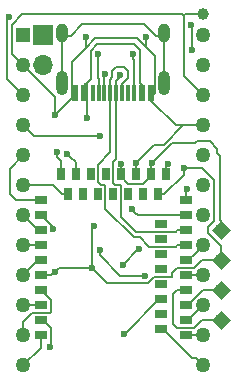
<source format=gbr>
G04 #@! TF.GenerationSoftware,KiCad,Pcbnew,(5.0.0)*
G04 #@! TF.CreationDate,2020-11-22T20:55:59-06:00*
G04 #@! TF.ProjectId,BlueMicro840,426C75654D6963726F3834302E6B6963,rev?*
G04 #@! TF.SameCoordinates,Original*
G04 #@! TF.FileFunction,Copper,L2,Bot,Signal*
G04 #@! TF.FilePolarity,Positive*
%FSLAX46Y46*%
G04 Gerber Fmt 4.6, Leading zero omitted, Abs format (unit mm)*
G04 Created by KiCad (PCBNEW (5.0.0)) date 11/22/20 20:55:59*
%MOMM*%
%LPD*%
G01*
G04 APERTURE LIST*
G04 #@! TA.AperFunction,ComponentPad*
%ADD10R,1.000000X0.650000*%
G04 #@! TD*
G04 #@! TA.AperFunction,SMDPad,CuDef*
%ADD11R,1.000000X0.650000*%
G04 #@! TD*
G04 #@! TA.AperFunction,SMDPad,CuDef*
%ADD12R,0.650000X1.000000*%
G04 #@! TD*
G04 #@! TA.AperFunction,ComponentPad*
%ADD13R,0.650000X1.000000*%
G04 #@! TD*
G04 #@! TA.AperFunction,BGAPad,CuDef*
%ADD14C,1.000000*%
G04 #@! TD*
G04 #@! TA.AperFunction,ComponentPad*
%ADD15C,1.270000*%
G04 #@! TD*
G04 #@! TA.AperFunction,ComponentPad*
%ADD16R,1.250000X1.250000*%
G04 #@! TD*
G04 #@! TA.AperFunction,ComponentPad*
%ADD17C,1.100000*%
G04 #@! TD*
G04 #@! TA.AperFunction,Conductor*
%ADD18C,0.100000*%
G04 #@! TD*
G04 #@! TA.AperFunction,ComponentPad*
%ADD19O,1.000000X1.600000*%
G04 #@! TD*
G04 #@! TA.AperFunction,ComponentPad*
%ADD20O,1.000000X2.100000*%
G04 #@! TD*
G04 #@! TA.AperFunction,SMDPad,CuDef*
%ADD21R,0.300000X1.450000*%
G04 #@! TD*
G04 #@! TA.AperFunction,SMDPad,CuDef*
%ADD22R,0.600000X1.450000*%
G04 #@! TD*
G04 #@! TA.AperFunction,ComponentPad*
%ADD23R,1.700000X1.700000*%
G04 #@! TD*
G04 #@! TA.AperFunction,ComponentPad*
%ADD24O,1.700000X1.700000*%
G04 #@! TD*
G04 #@! TA.AperFunction,ViaPad*
%ADD25C,0.600000*%
G04 #@! TD*
G04 #@! TA.AperFunction,Conductor*
%ADD26C,0.200000*%
G04 #@! TD*
G04 APERTURE END LIST*
D10*
G04 #@! TO.P,U5,28*
G04 #@! TO.N,/P0.15*
X107842533Y-128354775D03*
D11*
G04 #@! TO.P,U5,10*
G04 #@! TO.N,/P0.30*
X97682533Y-126322775D03*
G04 #@! TO.P,U5,9*
G04 #@! TO.N,/P0.31*
X97682533Y-127592775D03*
G04 #@! TO.P,U5,8*
G04 #@! TO.N,/P0.29*
X97682533Y-128862775D03*
G04 #@! TO.P,U5,7*
G04 #@! TO.N,/P0.02*
X97682533Y-130132775D03*
G04 #@! TO.P,U5,6*
G04 #@! TO.N,/P1.13*
X97682533Y-131402775D03*
G04 #@! TO.P,U5,5*
G04 #@! TO.N,GND*
X97682533Y-132672775D03*
G04 #@! TO.P,U5,4*
G04 #@! TO.N,/P0.28*
X97682533Y-133942775D03*
G04 #@! TO.P,U5,3*
G04 #@! TO.N,/P0.03*
X97682533Y-135212775D03*
G04 #@! TO.P,U5,2*
G04 #@! TO.N,BLUE_LED*
X97682533Y-136482775D03*
G04 #@! TO.P,U5,1*
G04 #@! TO.N,/P1.11*
X97682533Y-137752775D03*
G04 #@! TO.P,U5,31*
G04 #@! TO.N,DATA+*
X109920533Y-130132775D03*
G04 #@! TO.P,U5,43*
G04 #@! TO.N,/P0.10*
X109920533Y-137752775D03*
G04 #@! TO.P,U5,33*
G04 #@! TO.N,/P0.13*
X109920533Y-131402775D03*
G04 #@! TO.P,U5,41*
G04 #@! TO.N,/P0.09*
X109920533Y-136482775D03*
G04 #@! TO.P,U5,39*
G04 #@! TO.N,SWCLK*
X109920533Y-135212775D03*
G04 #@! TO.P,U5,37*
G04 #@! TO.N,SWDIO*
X109920533Y-133942775D03*
G04 #@! TO.P,U5,29*
G04 #@! TO.N,DATA-*
X109920533Y-128862775D03*
G04 #@! TO.P,U5,35*
G04 #@! TO.N,/P0.24*
X109920533Y-132672775D03*
G04 #@! TO.P,U5,27*
G04 #@! TO.N,VBUS*
X109920533Y-127592775D03*
G04 #@! TO.P,U5,26*
G04 #@! TO.N,RESET*
X109920533Y-126322775D03*
D12*
G04 #@! TO.P,U5,23*
G04 #@! TO.N,VCC*
X106951533Y-124103775D03*
G04 #@! TO.P,U5,11*
G04 #@! TO.N,Net-(C1-Pad1)*
X99331533Y-124103775D03*
G04 #@! TO.P,U5,21*
G04 #@! TO.N,GND*
X105681533Y-124103775D03*
G04 #@! TO.P,U5,13*
G04 #@! TO.N,Net-(C2-Pad2)*
X100601533Y-124103775D03*
G04 #@! TO.P,U5,15*
G04 #@! TO.N,N/C*
X101871533Y-124103775D03*
G04 #@! TO.P,U5,17*
X103141533Y-124103775D03*
G04 #@! TO.P,U5,25*
G04 #@! TO.N,Net-(L1-Pad1)*
X108221533Y-124103775D03*
G04 #@! TO.P,U5,19*
G04 #@! TO.N,VCC*
X104411533Y-124103775D03*
D10*
G04 #@! TO.P,U5,30*
G04 #@! TO.N,/P0.17*
X107842533Y-129624775D03*
G04 #@! TO.P,U5,32*
G04 #@! TO.N,/P0.20*
X107842533Y-130894775D03*
G04 #@! TO.P,U5,34*
G04 #@! TO.N,N/C*
X107842533Y-132164775D03*
G04 #@! TO.P,U5,36*
X107842533Y-133434775D03*
G04 #@! TO.P,U5,38*
G04 #@! TO.N,DFU*
X107842533Y-134704775D03*
G04 #@! TO.P,U5,40*
G04 #@! TO.N,RED_LED*
X107842533Y-135974775D03*
G04 #@! TO.P,U5,42*
G04 #@! TO.N,/P1.06*
X107842533Y-137244775D03*
D13*
G04 #@! TO.P,U5,14*
G04 #@! TO.N,TXD*
X101238533Y-125814775D03*
G04 #@! TO.P,U5,12*
G04 #@! TO.N,/P0.26*
X99968533Y-125814775D03*
G04 #@! TO.P,U5,20*
G04 #@! TO.N,Venable*
X105048533Y-125814775D03*
G04 #@! TO.P,U5,16*
G04 #@! TO.N,RXD*
X102508533Y-125814775D03*
G04 #@! TO.P,U5,22*
G04 #@! TO.N,N/C*
X106318533Y-125814775D03*
G04 #@! TO.P,U5,24*
G04 #@! TO.N,GND*
X107588533Y-125814775D03*
G04 #@! TO.P,U5,18*
G04 #@! TO.N,N/C*
X103778533Y-125814775D03*
G04 #@! TD*
D14*
G04 #@! TO.P,TP8,1*
G04 #@! TO.N,GND*
X111421533Y-110574775D03*
G04 #@! TD*
D15*
G04 #@! TO.P,U2,13*
G04 #@! TO.N,TXD*
X111421533Y-112352775D03*
G04 #@! TO.P,U2,14*
G04 #@! TO.N,RXD*
X111421533Y-114892775D03*
G04 #@! TO.P,U2,15*
G04 #@! TO.N,GND*
X111421533Y-117432775D03*
G04 #@! TO.P,U2,16*
X111421533Y-119972775D03*
G04 #@! TO.P,U2,17*
G04 #@! TO.N,/P0.15*
X111421533Y-122512775D03*
G04 #@! TO.P,U2,18*
G04 #@! TO.N,/P0.17*
X111421533Y-125052775D03*
G04 #@! TO.P,U2,19*
G04 #@! TO.N,/P0.20*
X111421533Y-127592775D03*
G04 #@! TO.P,U2,20*
G04 #@! TO.N,/P0.13*
X111421533Y-130132775D03*
G04 #@! TO.P,U2,21*
G04 #@! TO.N,/P0.24*
X111421533Y-132672775D03*
G04 #@! TO.P,U2,22*
G04 #@! TO.N,/P0.09*
X111421533Y-135212775D03*
G04 #@! TO.P,U2,23*
G04 #@! TO.N,/P0.10*
X111421533Y-137752775D03*
G04 #@! TO.P,U2,24*
G04 #@! TO.N,/P1.06*
X111421533Y-140292775D03*
G04 #@! TO.P,U2,12*
G04 #@! TO.N,/P1.11*
X96181533Y-140292775D03*
G04 #@! TO.P,U2,11*
G04 #@! TO.N,/P0.28*
X96181533Y-137752775D03*
G04 #@! TO.P,U2,10*
G04 #@! TO.N,/P0.03*
X96181533Y-135212775D03*
G04 #@! TO.P,U2,9*
G04 #@! TO.N,/P1.13*
X96181533Y-132672775D03*
G04 #@! TO.P,U2,8*
G04 #@! TO.N,/P0.02*
X96181533Y-130132775D03*
G04 #@! TO.P,U2,7*
G04 #@! TO.N,/P0.29*
X96181533Y-127592775D03*
G04 #@! TO.P,U2,6*
G04 #@! TO.N,/P0.26*
X96181533Y-125052775D03*
G04 #@! TO.P,U2,5*
G04 #@! TO.N,/P0.30*
X96181533Y-122512775D03*
G04 #@! TO.P,U2,4*
G04 #@! TO.N,Vout*
X96181533Y-119972775D03*
G04 #@! TO.P,U2,3*
G04 #@! TO.N,RESET*
X96181533Y-117432775D03*
G04 #@! TO.P,U2,2*
G04 #@! TO.N,GND*
X96181533Y-114892775D03*
D16*
G04 #@! TO.P,U2,1*
G04 #@! TO.N,N/C*
X96181533Y-112352775D03*
G04 #@! TD*
D17*
G04 #@! TO.P,TP3,1*
G04 #@! TO.N,SWCLK*
X112945533Y-133942775D03*
D18*
G04 #@! TD*
G04 #@! TO.N,SWCLK*
G04 #@! TO.C,TP3*
G36*
X112945533Y-134720592D02*
X112167716Y-133942775D01*
X112945533Y-133164958D01*
X113723350Y-133942775D01*
X112945533Y-134720592D01*
X112945533Y-134720592D01*
G37*
D17*
G04 #@! TO.P,TP4,1*
G04 #@! TO.N,SWDIO*
X112945533Y-136482775D03*
D18*
G04 #@! TD*
G04 #@! TO.N,SWDIO*
G04 #@! TO.C,TP4*
G36*
X112945533Y-137260592D02*
X112167716Y-136482775D01*
X112945533Y-135704958D01*
X113723350Y-136482775D01*
X112945533Y-137260592D01*
X112945533Y-137260592D01*
G37*
D17*
G04 #@! TO.P,TP5,1*
G04 #@! TO.N,VCC*
X112945533Y-128862775D03*
D18*
G04 #@! TD*
G04 #@! TO.N,VCC*
G04 #@! TO.C,TP5*
G36*
X112945533Y-129640592D02*
X112167716Y-128862775D01*
X112945533Y-128084958D01*
X113723350Y-128862775D01*
X112945533Y-129640592D01*
X112945533Y-129640592D01*
G37*
D17*
G04 #@! TO.P,TP6,1*
G04 #@! TO.N,GND*
X112945533Y-131402775D03*
D18*
G04 #@! TD*
G04 #@! TO.N,GND*
G04 #@! TO.C,TP6*
G36*
X112945533Y-132180592D02*
X112167716Y-131402775D01*
X112945533Y-130624958D01*
X113723350Y-131402775D01*
X112945533Y-132180592D01*
X112945533Y-132180592D01*
G37*
D19*
G04 #@! TO.P,J3,S1*
G04 #@! TO.N,Net-(J3-PadS1)*
X108121533Y-112162775D03*
X99481533Y-112162775D03*
D20*
X108121533Y-116342775D03*
X99481533Y-116342775D03*
D21*
G04 #@! TO.P,J3,A6*
G04 #@! TO.N,DATA+*
X103551533Y-117257775D03*
G04 #@! TO.P,J3,A7*
G04 #@! TO.N,DATA-*
X104051533Y-117257775D03*
G04 #@! TO.P,J3,B6*
G04 #@! TO.N,DATA+*
X104551533Y-117257775D03*
G04 #@! TO.P,J3,B7*
G04 #@! TO.N,DATA-*
X103051533Y-117257775D03*
G04 #@! TO.P,J3,A8*
G04 #@! TO.N,N/C*
X105051533Y-117257775D03*
G04 #@! TO.P,J3,A5*
G04 #@! TO.N,Net-(J3-PadA5)*
X102551533Y-117257775D03*
G04 #@! TO.P,J3,B5*
G04 #@! TO.N,Net-(J3-PadB5)*
X105551533Y-117257775D03*
G04 #@! TO.P,J3,B8*
G04 #@! TO.N,N/C*
X102051533Y-117257775D03*
D22*
G04 #@! TO.P,J3,A4*
G04 #@! TO.N,VBUS*
X101351533Y-117257775D03*
X106251533Y-117257775D03*
G04 #@! TO.P,J3,A1*
G04 #@! TO.N,GND*
X100576533Y-117257775D03*
X107026533Y-117257775D03*
G04 #@! TD*
D23*
G04 #@! TO.P,J2,1*
G04 #@! TO.N,VBAT*
X97832533Y-112352775D03*
D24*
G04 #@! TO.P,J2,2*
G04 #@! TO.N,GND*
X97832533Y-114892775D03*
G04 #@! TD*
D25*
G04 #@! TO.N,GND*
X105706533Y-123147775D03*
X102023533Y-132037775D03*
X109743368Y-123578871D03*
X106595533Y-112479775D03*
X101490033Y-112479775D03*
X98861537Y-132362771D03*
X102161533Y-128462775D03*
X98861537Y-119062775D03*
G04 #@! TO.N,Net-(C1-Pad1)*
X99061533Y-122262769D03*
G04 #@! TO.N,VCC*
X107103533Y-123147775D03*
X104436533Y-123274775D03*
G04 #@! TO.N,RESET*
X94995261Y-110785503D03*
X110481733Y-113622775D03*
X110380133Y-111489175D03*
X110061533Y-125362775D03*
G04 #@! TO.N,/P0.31*
X98682535Y-128735775D03*
G04 #@! TO.N,VBUS*
X101571523Y-119337775D03*
X102661533Y-130562775D03*
X105361533Y-127062775D03*
X106469430Y-132693794D03*
G04 #@! TO.N,Net-(C2-Pad2)*
X99861533Y-122362773D03*
G04 #@! TO.N,Net-(L1-Pad1)*
X108455430Y-123280958D03*
G04 #@! TO.N,DATA-*
X103081533Y-115602775D03*
X104381545Y-115672783D03*
G04 #@! TO.N,Net-(R1-Pad2)*
X104631709Y-131761480D03*
X105961533Y-130462775D03*
G04 #@! TO.N,DFU*
X104690533Y-137600375D03*
G04 #@! TO.N,BLUE_LED*
X98467533Y-138768775D03*
G04 #@! TO.N,Net-(J3-PadA5)*
X102515379Y-113914609D03*
G04 #@! TO.N,Net-(J3-PadB5)*
X105466522Y-113892754D03*
G04 #@! TO.N,Vout*
X102658535Y-120861775D03*
G04 #@! TD*
D26*
G04 #@! TO.N,GND*
X105681533Y-124103775D02*
X105681533Y-123172775D01*
X105681533Y-123172775D02*
X105706533Y-123147775D01*
X109712835Y-119972775D02*
X110523508Y-119972775D01*
X108061835Y-121623775D02*
X109712835Y-119972775D01*
X105706533Y-123147775D02*
X107230533Y-121623775D01*
X108113533Y-125814775D02*
X109743368Y-124184940D01*
X109743368Y-124184940D02*
X109743368Y-124003135D01*
X107588533Y-125814775D02*
X108113533Y-125814775D01*
X109743368Y-124003135D02*
X109743368Y-123578871D01*
X110167632Y-123578871D02*
X109743368Y-123578871D01*
X111331431Y-123578871D02*
X110167632Y-123578871D01*
X112945533Y-130196275D02*
X111802533Y-129053275D01*
X111802533Y-129053275D02*
X111802533Y-128595577D01*
X111802533Y-128595577D02*
X112356534Y-128041576D01*
X112356534Y-128041576D02*
X112356534Y-124603974D01*
X112945533Y-131402775D02*
X112945533Y-130196275D01*
X112356534Y-124603974D02*
X111331431Y-123578871D01*
X107230533Y-121623775D02*
X107357533Y-121623775D01*
X107357533Y-121623775D02*
X108061835Y-121623775D01*
X110523508Y-119972775D02*
X111421533Y-119972775D01*
X109066533Y-119972775D02*
X110523508Y-119972775D01*
X107026533Y-117932775D02*
X109066533Y-119972775D01*
X107026533Y-117507775D02*
X107026533Y-117932775D01*
X107321523Y-117212785D02*
X107026533Y-117507775D01*
X107321523Y-114039785D02*
X107321523Y-117212785D01*
X107294033Y-114067275D02*
X107321523Y-114039785D01*
X102277533Y-112606775D02*
X105833533Y-112606775D01*
X101496523Y-113387785D02*
X102277533Y-112606775D01*
X96181533Y-110574775D02*
X96054533Y-110574775D01*
X106595533Y-112904039D02*
X106595533Y-113368775D01*
X106595533Y-112479775D02*
X106595533Y-112904039D01*
X105833533Y-112606775D02*
X106595533Y-113368775D01*
X106595533Y-113368775D02*
X107294033Y-114067275D01*
X101496523Y-112486265D02*
X101490033Y-112479775D01*
X101496523Y-113387785D02*
X101496523Y-112486265D01*
X109771529Y-115782771D02*
X109771529Y-111590775D01*
X111421533Y-117432775D02*
X109771529Y-115782771D01*
X110714427Y-110574775D02*
X111421533Y-110574775D01*
X109872133Y-110574775D02*
X110714427Y-110574775D01*
X109770533Y-110676375D02*
X109872133Y-110574775D01*
X109771529Y-111590775D02*
X109770533Y-111589779D01*
X109770533Y-111589779D02*
X109770533Y-110676375D01*
X109618133Y-110574775D02*
X96054533Y-110574775D01*
X109771529Y-111590775D02*
X109771529Y-110728171D01*
X109771529Y-110728171D02*
X109618133Y-110574775D01*
X95184544Y-113895786D02*
X95546534Y-114257776D01*
X95546534Y-114257776D02*
X96181533Y-114892775D01*
X95184544Y-111444764D02*
X95184544Y-113895786D01*
X96054533Y-110574775D02*
X95184544Y-111444764D01*
X98561538Y-132662770D02*
X98861537Y-132362771D01*
X99186533Y-132037775D02*
X99161536Y-132062772D01*
X99161536Y-132062772D02*
X98861537Y-132362771D01*
X102023533Y-132037775D02*
X99186533Y-132037775D01*
X98551533Y-132672775D02*
X98561538Y-132662770D01*
X97682533Y-132672775D02*
X98551533Y-132672775D01*
X102023533Y-132037775D02*
X102023533Y-128600775D01*
X102023533Y-128600775D02*
X102161533Y-128462775D01*
X96181533Y-114892775D02*
X98861537Y-117572779D01*
X98861537Y-118638511D02*
X98861537Y-119062775D01*
X98861537Y-117572779D02*
X98861537Y-118638511D01*
X100261533Y-117662779D02*
X99161536Y-118762776D01*
X100261533Y-114622775D02*
X100261533Y-115441391D01*
X101496523Y-113387785D02*
X100261533Y-114622775D01*
X100261533Y-115441391D02*
X100281543Y-115461401D01*
X99161536Y-118762776D02*
X98861537Y-119062775D01*
X100281543Y-115461401D02*
X100281543Y-117224149D01*
X100281543Y-117224149D02*
X100261533Y-117244159D01*
X100261533Y-117244159D02*
X100261533Y-117662779D01*
X108754533Y-132473773D02*
X109200530Y-132027776D01*
X102023533Y-132037775D02*
X103279622Y-133293864D01*
X107222144Y-132799775D02*
X108754533Y-132799775D01*
X106728055Y-133293864D02*
X107222144Y-132799775D01*
X103279622Y-133293864D02*
X106728055Y-133293864D01*
X111285535Y-131402775D02*
X112138426Y-131402775D01*
X112138426Y-131402775D02*
X112945533Y-131402775D01*
X109200530Y-132027776D02*
X110660534Y-132027776D01*
X110660534Y-132027776D02*
X111285535Y-131402775D01*
X108754533Y-132799775D02*
X108754533Y-132473773D01*
G04 #@! TO.N,Net-(C1-Pad1)*
X99061533Y-122687033D02*
X99061533Y-122262769D01*
X99331533Y-122957033D02*
X99061533Y-122687033D01*
X99331533Y-124103775D02*
X99331533Y-122957033D01*
G04 #@! TO.N,VCC*
X106951533Y-124278775D02*
X106951533Y-124103775D01*
X106326532Y-124903776D02*
X106951533Y-124278775D01*
X105036534Y-124903776D02*
X106326532Y-124903776D01*
X104411533Y-124278775D02*
X105036534Y-124903776D01*
X104411533Y-124103775D02*
X104411533Y-124278775D01*
X106951533Y-124103775D02*
X106951533Y-123299775D01*
X106951533Y-123299775D02*
X107103533Y-123147775D01*
X104411533Y-123299775D02*
X104436533Y-123274775D01*
X104411533Y-124103775D02*
X104411533Y-123299775D01*
X112945533Y-128055668D02*
X112945533Y-128862775D01*
X112843933Y-127954068D02*
X112945533Y-128055668D01*
X112843933Y-122551373D02*
X112843933Y-127954068D01*
X112597834Y-122305274D02*
X112843933Y-122551373D01*
X107103533Y-123147775D02*
X108754533Y-121496775D01*
X110696607Y-121496775D02*
X110856908Y-121336474D01*
X110856908Y-121336474D02*
X111986158Y-121336474D01*
X108754533Y-121496775D02*
X110696607Y-121496775D01*
X111986158Y-121336474D02*
X112597834Y-121948150D01*
X112597834Y-121948150D02*
X112597834Y-122305274D01*
G04 #@! TO.N,SWDIO*
X111294533Y-136482775D02*
X112945533Y-136482775D01*
X108881533Y-134281775D02*
X108881533Y-136808777D01*
X108881533Y-136808777D02*
X109180532Y-137107776D01*
X109220533Y-133942775D02*
X108881533Y-134281775D01*
X109180532Y-137107776D02*
X110669532Y-137107776D01*
X110669532Y-137107776D02*
X111294533Y-136482775D01*
X109920533Y-133942775D02*
X109220533Y-133942775D01*
G04 #@! TO.N,RESET*
X110481733Y-111590775D02*
X110380133Y-111489175D01*
X110481733Y-113622775D02*
X110481733Y-111590775D01*
X94784533Y-110996231D02*
X94995261Y-110785503D01*
X96181533Y-117432775D02*
X94784533Y-116035775D01*
X94784533Y-116035775D02*
X94784533Y-110996231D01*
X109920533Y-126322775D02*
X109920533Y-125503775D01*
X109920533Y-125503775D02*
X110061533Y-125362775D01*
G04 #@! TO.N,TXD*
X111422000Y-112353000D02*
X111422000Y-112079800D01*
G04 #@! TO.N,/P0.02*
X96181533Y-130132775D02*
X97682533Y-130132775D01*
G04 #@! TO.N,/P0.29*
X97451533Y-128862775D02*
X97682533Y-128862775D01*
X96181533Y-127592775D02*
X97451533Y-128862775D01*
G04 #@! TO.N,/P0.30*
X95013133Y-123681175D02*
X96181533Y-122512775D01*
X95013133Y-125789375D02*
X95013133Y-123681175D01*
X97682533Y-126322775D02*
X95546533Y-126322775D01*
X95546533Y-126322775D02*
X95013133Y-125789375D01*
G04 #@! TO.N,/P0.31*
X97682533Y-127592775D02*
X98682535Y-128592777D01*
X98682535Y-128592777D02*
X98682535Y-128735775D01*
G04 #@! TO.N,/P0.10*
X109920533Y-137752775D02*
X111421533Y-137752775D01*
G04 #@! TO.N,/P0.09*
X111365533Y-135212775D02*
X111421533Y-135212775D01*
X110095533Y-136482775D02*
X111365533Y-135212775D01*
X109920533Y-136482775D02*
X110095533Y-136482775D01*
G04 #@! TO.N,SWCLK*
X112138426Y-133942775D02*
X112945533Y-133942775D01*
X111365533Y-133942775D02*
X112138426Y-133942775D01*
X109920533Y-135212775D02*
X110095533Y-135212775D01*
X110095533Y-135212775D02*
X111365533Y-133942775D01*
G04 #@! TO.N,VBUS*
X101571523Y-118913511D02*
X101571523Y-119337775D01*
X101915378Y-113635332D02*
X101915378Y-116018930D01*
X101571523Y-116362785D02*
X101571523Y-118913511D01*
X102435935Y-113114775D02*
X101915378Y-113635332D01*
X106066532Y-116397774D02*
X106066532Y-113601774D01*
X106251533Y-117507775D02*
X106251533Y-116582775D01*
X105579533Y-113114775D02*
X102435935Y-113114775D01*
X106251533Y-116582775D02*
X106066532Y-116397774D01*
X106066532Y-113601774D02*
X105579533Y-113114775D01*
X101915378Y-116018930D02*
X101571523Y-116362785D01*
X101351533Y-116582775D02*
X101571523Y-116362785D01*
X101351533Y-117257775D02*
X101351533Y-116582775D01*
X105661532Y-127362774D02*
X105361533Y-127062775D01*
X105891533Y-127592775D02*
X105661532Y-127362774D01*
X109920533Y-127592775D02*
X105891533Y-127592775D01*
X104368288Y-132693794D02*
X106045166Y-132693794D01*
X102661533Y-130987039D02*
X104368288Y-132693794D01*
X102661533Y-130562775D02*
X102661533Y-130987039D01*
X106045166Y-132693794D02*
X106469430Y-132693794D01*
G04 #@! TO.N,Net-(C2-Pad2)*
X100601533Y-124103775D02*
X100601533Y-123102773D01*
X100601533Y-123102773D02*
X100161532Y-122662772D01*
X100161532Y-122662772D02*
X99861533Y-122362773D01*
G04 #@! TO.N,Net-(L1-Pad1)*
X108344350Y-123280958D02*
X108455430Y-123280958D01*
X108221533Y-124103775D02*
X108221533Y-123403775D01*
X108221533Y-123403775D02*
X108344350Y-123280958D01*
G04 #@! TO.N,DATA+*
X103551533Y-118432775D02*
X103551533Y-117507775D01*
X103551533Y-122254775D02*
X103551533Y-118432775D01*
X102516532Y-123289776D02*
X103551533Y-122254775D01*
X102747532Y-125014774D02*
X102516532Y-124783774D01*
X103073534Y-125014774D02*
X102747532Y-125014774D01*
X102516532Y-124783774D02*
X102516532Y-123289776D01*
X103133534Y-125074774D02*
X103073534Y-125014774D01*
X103133534Y-127053186D02*
X103133534Y-125074774D01*
X109220533Y-130132775D02*
X109103532Y-130249776D01*
X109920533Y-130132775D02*
X109220533Y-130132775D01*
X109103532Y-130249776D02*
X106839534Y-130249776D01*
X106839534Y-130249776D02*
X106029543Y-129439785D01*
X106029543Y-129439785D02*
X105520133Y-129439785D01*
X105520133Y-129439785D02*
X103133534Y-127053186D01*
X105041535Y-115962778D02*
X104551533Y-116452780D01*
X103731535Y-115350769D02*
X104059531Y-115022773D01*
X104059531Y-115022773D02*
X104703535Y-115022773D01*
X104703535Y-115022773D02*
X105041535Y-115360773D01*
X103731535Y-115914777D02*
X103731535Y-115350769D01*
X104551533Y-116452780D02*
X104551533Y-117257775D01*
X103551533Y-116094779D02*
X103731535Y-115914777D01*
X103551533Y-117257775D02*
X103551533Y-116094779D01*
X105041535Y-115360773D02*
X105041535Y-115962778D01*
G04 #@! TO.N,DATA-*
X109103532Y-128979776D02*
X109220533Y-128862775D01*
X109220533Y-128862775D02*
X109920533Y-128862775D01*
X105706533Y-128979776D02*
X109103532Y-128979776D01*
X105706533Y-128989775D02*
X105706533Y-128979776D01*
X104423532Y-125094772D02*
X104423532Y-127696775D01*
X104343534Y-125014774D02*
X104423532Y-125094772D01*
X103957530Y-125014774D02*
X104343534Y-125014774D01*
X103766534Y-123056772D02*
X103766534Y-124823778D01*
X103766534Y-124823778D02*
X103957530Y-125014774D01*
X104040531Y-118771773D02*
X104040531Y-122782775D01*
X104051533Y-118760771D02*
X104040531Y-118771773D01*
X104040531Y-122782775D02*
X103766534Y-123056772D01*
X104423532Y-127696775D02*
X105706533Y-128979776D01*
X104051533Y-117507775D02*
X104051533Y-118760771D01*
X103051533Y-117257775D02*
X103051533Y-116261189D01*
X103051533Y-115632775D02*
X103081533Y-115602775D01*
X103051533Y-116261189D02*
X103051533Y-115632775D01*
X104051533Y-117257775D02*
X104051533Y-116231190D01*
X104381545Y-115901178D02*
X104381545Y-115672783D01*
X104051533Y-116231190D02*
X104381545Y-115901178D01*
G04 #@! TO.N,/P1.13*
X96385600Y-132469400D02*
X96182000Y-132673000D01*
X97451533Y-131402775D02*
X97682533Y-131402775D01*
X96181533Y-132672775D02*
X97451533Y-131402775D01*
G04 #@! TO.N,/P1.11*
X97682533Y-138791775D02*
X96181533Y-140292775D01*
X97682533Y-137752775D02*
X97682533Y-138791775D01*
G04 #@! TO.N,/P1.06*
X110786534Y-139657776D02*
X111421533Y-140292775D01*
X110430534Y-139657776D02*
X110786534Y-139657776D01*
X108017533Y-137244775D02*
X110430534Y-139657776D01*
X107842533Y-137244775D02*
X108017533Y-137244775D01*
G04 #@! TO.N,/P0.26*
X97079558Y-125052775D02*
X96181533Y-125052775D01*
X98681533Y-125052775D02*
X97079558Y-125052775D01*
X99443533Y-125814775D02*
X98681533Y-125052775D01*
X99968533Y-125814775D02*
X99443533Y-125814775D01*
G04 #@! TO.N,/P0.13*
X110786534Y-130767774D02*
X111421533Y-130132775D01*
X110151533Y-131402775D02*
X110786534Y-130767774D01*
X109920533Y-131402775D02*
X110151533Y-131402775D01*
G04 #@! TO.N,Net-(R1-Pad2)*
X104631709Y-131761480D02*
X105930414Y-130462775D01*
X105930414Y-130462775D02*
X105961533Y-130462775D01*
G04 #@! TO.N,DFU*
X104771933Y-137600375D02*
X104690533Y-137600375D01*
X107842533Y-134704775D02*
X107667533Y-134704775D01*
X107667533Y-134704775D02*
X104771933Y-137600375D01*
G04 #@! TO.N,/P0.24*
X111422000Y-132075000D02*
X111422000Y-132673000D01*
X109920533Y-132672775D02*
X111421533Y-132672775D01*
G04 #@! TO.N,BLUE_LED*
X98482534Y-138753774D02*
X98467533Y-138768775D01*
X98482534Y-137107776D02*
X98482534Y-138753774D01*
X97682533Y-136482775D02*
X97857533Y-136482775D01*
X97857533Y-136482775D02*
X98482534Y-137107776D01*
G04 #@! TO.N,/P0.03*
X96182000Y-134615000D02*
X96182000Y-135213000D01*
X96181533Y-135212775D02*
X97682533Y-135212775D01*
G04 #@! TO.N,/P0.28*
X98412535Y-135847775D02*
X96952531Y-135847775D01*
X96181533Y-136854750D02*
X96181533Y-137752775D01*
X98482534Y-135777776D02*
X98412535Y-135847775D01*
X96181533Y-136618773D02*
X96181533Y-136854750D01*
X98482534Y-134742776D02*
X98482534Y-135777776D01*
X97682533Y-133942775D02*
X98482534Y-134742776D01*
X96952531Y-135847775D02*
X96181533Y-136618773D01*
G04 #@! TO.N,Net-(J3-PadS1)*
X99481533Y-115342775D02*
X99481533Y-112412775D01*
X99481533Y-116592775D02*
X99481533Y-115342775D01*
X100181533Y-112412775D02*
X99481533Y-112412775D01*
X101181533Y-111412775D02*
X100181533Y-112412775D01*
X106421533Y-111412775D02*
X101181533Y-111412775D01*
X107421533Y-112412775D02*
X106421533Y-111412775D01*
X108121533Y-112412775D02*
X107421533Y-112412775D01*
X108121533Y-113412775D02*
X108121533Y-116592775D01*
X108121533Y-112412775D02*
X108121533Y-113412775D01*
G04 #@! TO.N,Net-(J3-PadA5)*
X102515379Y-114338873D02*
X102515379Y-113914609D01*
X102551533Y-117507775D02*
X102515379Y-117471621D01*
X102551533Y-117257775D02*
X102551533Y-116062775D01*
X102515379Y-115280927D02*
X102515379Y-114338873D01*
X102481532Y-115314774D02*
X102515379Y-115280927D01*
X102481532Y-115992774D02*
X102481532Y-115314774D01*
X102551533Y-116062775D02*
X102481532Y-115992774D01*
G04 #@! TO.N,Net-(J3-PadB5)*
X105551533Y-114402029D02*
X105466522Y-114317018D01*
X105466522Y-114317018D02*
X105466522Y-113892754D01*
X105551533Y-117507775D02*
X105551533Y-114402029D01*
G04 #@! TO.N,Vout*
X96182000Y-119973000D02*
X96516000Y-119639000D01*
X97070533Y-120861775D02*
X102234271Y-120861775D01*
X96181533Y-119972775D02*
X97070533Y-120861775D01*
X102234271Y-120861775D02*
X102658535Y-120861775D01*
G04 #@! TD*
M02*

</source>
